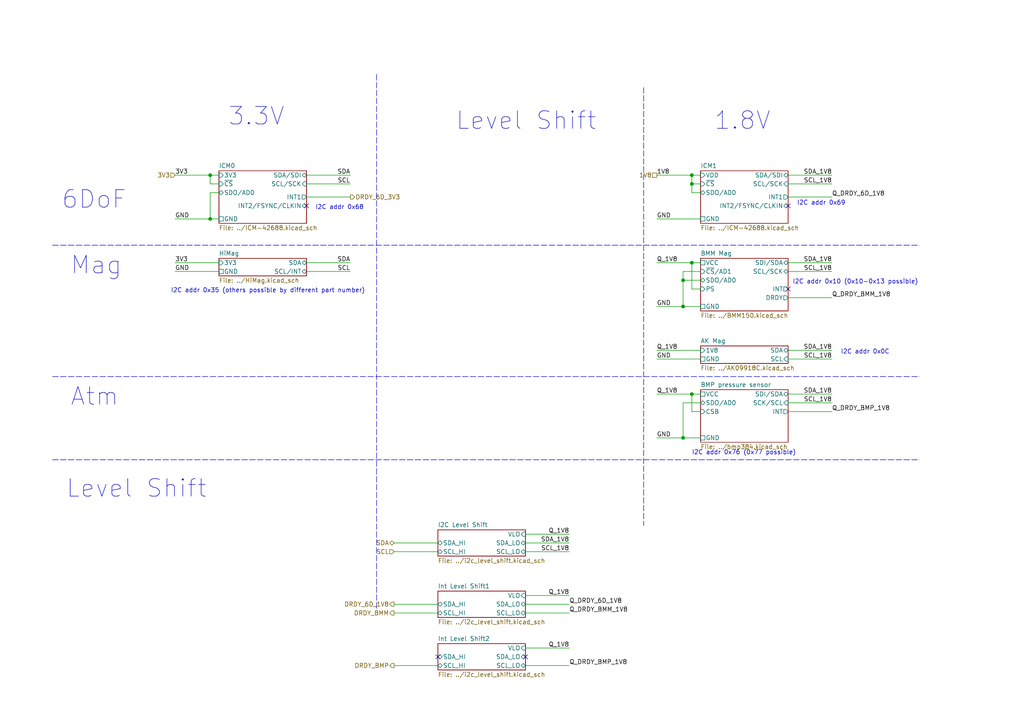
<source format=kicad_sch>
(kicad_sch (version 20211123) (generator eeschema)
  (paper "A4")
  (lib_symbols)
  (junction (at 200.66 76.2))
  (junction (at 200.66 53.34))
  (junction (at 198.12 81.28))
  (junction (at 60.96 50.8))
  (junction (at 198.12 127))
  (junction (at 200.66 114.3))
  (junction (at 198.12 88.9))
  (junction (at 200.66 50.8))
  (junction (at 60.96 63.5))
  (no_connect (at 88.9 59.69))
  (no_connect (at 152.4 190.5))
  (no_connect (at 228.6 59.69))
  (no_connect (at 228.6 83.82))
  (no_connect (at 127 190.5))
  (wire (pts (xy 88.9 50.8) (xy 101.6 50.8)))
  (wire (pts (xy 60.96 63.5) (xy 63.5 63.5)))
  (polyline (pts (xy 15.24 133.35) (xy 266.7 133.35)))
  (wire (pts (xy 88.9 57.15) (xy 101.6 57.15)))
  (wire (pts (xy 190.5 88.9) (xy 198.12 88.9)))
  (wire (pts (xy 198.12 81.28) (xy 198.12 88.9)))
  (wire (pts (xy 198.12 116.84) (xy 203.2 116.84)))
  (wire (pts (xy 190.5 76.2) (xy 200.66 76.2)))
  (wire (pts (xy 198.12 88.9) (xy 203.2 88.9)))
  (wire (pts (xy 190.5 127) (xy 198.12 127)))
  (wire (pts (xy 198.12 127) (xy 198.12 116.84)))
  (wire (pts (xy 152.4 177.8) (xy 165.1 177.8)))
  (wire (pts (xy 63.5 55.88) (xy 60.96 55.88)))
  (polyline (pts (xy 186.69 25.4) (xy 186.69 152.4)))
  (wire (pts (xy 190.5 50.8) (xy 200.66 50.8)))
  (wire (pts (xy 200.66 83.82) (xy 200.66 76.2)))
  (wire (pts (xy 200.66 119.38) (xy 203.2 119.38)))
  (wire (pts (xy 60.96 53.34) (xy 63.5 53.34)))
  (wire (pts (xy 200.66 53.34) (xy 203.2 53.34)))
  (wire (pts (xy 152.4 175.26) (xy 165.1 175.26)))
  (wire (pts (xy 190.5 63.5) (xy 203.2 63.5)))
  (wire (pts (xy 198.12 127) (xy 203.2 127)))
  (wire (pts (xy 88.9 78.74) (xy 101.6 78.74)))
  (wire (pts (xy 228.6 104.14) (xy 241.3 104.14)))
  (polyline (pts (xy 15.24 71.12) (xy 266.7 71.12)))
  (wire (pts (xy 200.66 114.3) (xy 203.2 114.3)))
  (wire (pts (xy 228.6 116.84) (xy 241.3 116.84)))
  (wire (pts (xy 114.3 193.04) (xy 127 193.04)))
  (wire (pts (xy 228.6 119.38) (xy 241.3 119.38)))
  (wire (pts (xy 228.6 78.74) (xy 241.3 78.74)))
  (wire (pts (xy 228.6 53.34) (xy 241.3 53.34)))
  (wire (pts (xy 50.8 63.5) (xy 60.96 63.5)))
  (wire (pts (xy 200.66 50.8) (xy 203.2 50.8)))
  (wire (pts (xy 203.2 55.88) (xy 200.66 55.88)))
  (wire (pts (xy 200.66 50.8) (xy 200.66 53.34)))
  (wire (pts (xy 114.3 160.02) (xy 127 160.02)))
  (wire (pts (xy 60.96 50.8) (xy 63.5 50.8)))
  (wire (pts (xy 228.6 76.2) (xy 241.3 76.2)))
  (wire (pts (xy 203.2 83.82) (xy 200.66 83.82)))
  (wire (pts (xy 50.8 50.8) (xy 60.96 50.8)))
  (wire (pts (xy 88.9 53.34) (xy 101.6 53.34)))
  (wire (pts (xy 228.6 57.15) (xy 241.3 57.15)))
  (wire (pts (xy 114.3 175.26) (xy 127 175.26)))
  (wire (pts (xy 228.6 86.36) (xy 241.3 86.36)))
  (wire (pts (xy 152.4 172.72) (xy 165.1 172.72)))
  (polyline (pts (xy 109.22 21.59) (xy 109.22 176.53)))
  (wire (pts (xy 203.2 78.74) (xy 198.12 78.74)))
  (wire (pts (xy 228.6 114.3) (xy 241.3 114.3)))
  (wire (pts (xy 88.9 76.2) (xy 101.6 76.2)))
  (wire (pts (xy 228.6 50.8) (xy 241.3 50.8)))
  (wire (pts (xy 198.12 81.28) (xy 203.2 81.28)))
  (wire (pts (xy 152.4 157.48) (xy 165.1 157.48)))
  (wire (pts (xy 60.96 55.88) (xy 60.96 63.5)))
  (wire (pts (xy 200.66 114.3) (xy 200.66 119.38)))
  (polyline (pts (xy 15.24 109.22) (xy 266.7 109.22)))
  (wire (pts (xy 50.8 76.2) (xy 63.5 76.2)))
  (wire (pts (xy 190.5 101.6) (xy 203.2 101.6)))
  (wire (pts (xy 152.4 154.94) (xy 165.1 154.94)))
  (wire (pts (xy 152.4 187.96) (xy 165.1 187.96)))
  (wire (pts (xy 50.8 78.74) (xy 63.5 78.74)))
  (wire (pts (xy 198.12 78.74) (xy 198.12 81.28)))
  (wire (pts (xy 200.66 76.2) (xy 203.2 76.2)))
  (wire (pts (xy 190.5 104.14) (xy 203.2 104.14)))
  (wire (pts (xy 114.3 177.8) (xy 127 177.8)))
  (wire (pts (xy 190.5 114.3) (xy 200.66 114.3)))
  (wire (pts (xy 114.3 157.48) (xy 127 157.48)))
  (wire (pts (xy 152.4 160.02) (xy 165.1 160.02)))
  (wire (pts (xy 152.4 193.04) (xy 165.1 193.04)))
  (wire (pts (xy 200.66 53.34) (xy 200.66 55.88)))
  (wire (pts (xy 228.6 101.6) (xy 241.3 101.6)))
  (wire (pts (xy 60.96 50.8) (xy 60.96 53.34)))
  (text "I2C addr 0x69" (at 231.14 59.69 0) (effects (font (size 1.27 1.27)) (justify left bottom)))
  (text "I2C addr 0x10 (0x10-0x13 possible)" (at 229.87 82.55 0) (effects (font (size 1.27 1.27)) (justify left bottom)))
  (text "Level Shift" (at 132.08 38.1 0) (effects (font (size 5.08 5.08)) (justify left bottom)))
  (text "Mag" (at 20.32 80.01 0) (effects (font (size 5.08 5.08)) (justify left bottom)))
  (text "Atm" (at 20.32 118.11 0) (effects (font (size 5.08 5.08)) (justify left bottom)))
  (text "3.3V" (at 66.04 36.83 0) (effects (font (size 5.08 5.08)) (justify left bottom)))
  (text "I2C addr 0x76 (0x77 possible)" (at 200.66 132.08 0) (effects (font (size 1.27 1.27)) (justify left bottom)))
  (text "1.8V" (at 207.01 38.1 0) (effects (font (size 5.08 5.08)) (justify left bottom)))
  (text "I2C addr 0x35 (others possible by different part number)" (at 49.53 85.09 0) (effects (font (size 1.27 1.27)) (justify left bottom)))
  (text "I2C addr 0x68" (at 91.44 60.96 0) (effects (font (size 1.27 1.27)) (justify left bottom)))
  (text "I2C addr 0x0C" (at 243.84 102.87 0) (effects (font (size 1.27 1.27)) (justify left bottom)))
  (text "6DoF" (at 17.78 60.96 0) (effects (font (size 5.08 5.08)) (justify left bottom)))
  (text "Level Shift" (at 19.05 144.78 0) (effects (font (size 5.08 5.08)) (justify left bottom)))
  (label "3V3" (at 50.8 76.2 0))
  (label "GND" (at 50.8 63.5 0))
  (label "SCL_1V8" (at 165.1 160.02 180))
  (label "Q_1V8" (at 165.1 172.72 180))
  (label "SCL_1V8" (at 241.3 78.74 180))
  (label "SDA_1V8" (at 165.1 157.48 180))
  (label "Q_1V8" (at 165.1 154.94 180))
  (label "SDA" (at 101.6 76.2 180))
  (label "SCL_1V8" (at 241.3 104.14 180))
  (label "Q_DRDY_BMP_1V8" (at 165.1 193.04 0))
  (label "Q_1V8" (at 190.5 76.2 0))
  (label "SCL_1V8" (at 241.3 116.84 180))
  (label "Q_1V8" (at 165.1 187.96 180))
  (label "Q_DRDY_BMM_1V8" (at 241.3 86.36 0))
  (label "Q_DRDY_BMM_1V8" (at 165.1 177.8 0))
  (label "GND" (at 190.5 88.9 0))
  (label "SDA" (at 101.6 50.8 180))
  (label "GND" (at 190.5 127 0))
  (label "GND" (at 50.8 78.74 0))
  (label "GND" (at 190.5 63.5 0))
  (label "SDA_1V8" (at 241.3 50.8 180))
  (label "GND" (at 190.5 104.14 0))
  (label "SDA_1V8" (at 241.3 101.6 180))
  (label "Q_DRDY_6D_1V8" (at 241.3 57.15 0))
  (label "SDA_1V8" (at 241.3 114.3 180))
  (label "1V8" (at 190.5 50.8 0))
  (label "SCL_1V8" (at 241.3 53.34 180))
  (label "Q_DRDY_6D_1V8" (at 165.1 175.26 0))
  (label "Q_DRDY_BMP_1V8" (at 241.3 119.38 0))
  (label "Q_1V8" (at 190.5 101.6 0))
  (label "SCL" (at 101.6 78.74 180))
  (label "SDA_1V8" (at 241.3 76.2 180))
  (label "Q_1V8" (at 190.5 114.3 0))
  (label "3V3" (at 50.8 50.8 0))
  (label "SCL" (at 101.6 53.34 180))
  (hierarchical_label "DRDY_BMM" (shape output) (at 114.3 177.8 180))
  (hierarchical_label "DRDY_6D_3V3" (shape output) (at 101.6 57.15 0))
  (hierarchical_label "DRDY_6D_1V8" (shape output) (at 114.3 175.26 180))
  (hierarchical_label "DRDY_BMP" (shape output) (at 114.3 193.04 180))
  (hierarchical_label "SCL" (shape input) (at 114.3 160.02 180))
  (hierarchical_label "1V8" (shape passive) (at 190.5 50.8 180))
  (hierarchical_label "3V3" (shape input) (at 50.8 50.8 180))
  (hierarchical_label "SDA" (shape bidirectional) (at 114.3 157.48 180))
  (sheet (at 203.2 49.53) (size 25.4 15.24) (stroke (width 0.1524))
    (property "Sheet name" "ICM1" (at 203.2 48.8184 0) (effects (justify left bottom)))
    (property "Sheet file" "../ICM-42688.kicad_sch" (at 203.2 65.3546 0) (effects (justify left top)))
    (pin "SDA{slash}SDI" bidirectional (at 228.6 50.8 0))
    (pin "SCL{slash}SCK" input (at 228.6 53.34 0))
    (pin "~{CS}" input (at 203.2 53.34 180))
    (pin "SDO{slash}AD0" bidirectional (at 203.2 55.88 180))
    (pin "INT1" output (at 228.6 57.15 0))
    (pin "GND" passive (at 203.2 63.5 180))
    (pin "INT2{slash}FSYNC{slash}CLKIN" bidirectional (at 228.6 59.69 0))
    (pin "VDD" input (at 203.2 50.8 180))
  )
  (sheet (at 127 171.45) (size 25.4 7.62) (stroke (width 0.1524))
    (property "Sheet name" "Int Level Shift1" (at 127 170.7384 0) (effects (justify left bottom)))
    (property "Sheet file" "../i2c_level_shift.kicad_sch" (at 127 179.6546 0) (effects (justify left top)))
    (pin "VLO" input (at 152.4 172.72 0))
    (pin "SDA_LO" bidirectional (at 152.4 175.26 0))
    (pin "SCL_HI" bidirectional (at 127 177.8 180))
    (pin "SCL_LO" bidirectional (at 152.4 177.8 0))
    (pin "SDA_HI" bidirectional (at 127 175.26 180))
  )
  (sheet (at 63.5 49.53) (size 25.4 15.24) (stroke (width 0.1524))
    (property "Sheet name" "ICM0" (at 63.5 48.8184 0) (effects (justify left bottom)))
    (property "Sheet file" "../ICM-42688.kicad_sch" (at 63.5 65.3546 0) (effects (justify left top)))
    (pin "SDA{slash}SDI" bidirectional (at 88.9 50.8 0))
    (pin "SCL{slash}SCK" input (at 88.9 53.34 0))
    (pin "~{CS}" input (at 63.5 53.34 180))
    (pin "SDO{slash}AD0" bidirectional (at 63.5 55.88 180))
    (pin "INT1" output (at 88.9 57.15 0))
    (pin "GND" passive (at 63.5 63.5 180))
    (pin "3V3" input (at 63.5 50.8 180))
    (pin "INT2{slash}FSYNC{slash}CLKIN" bidirectional (at 88.9 59.69 0))
  )
  (sheet (at 203.2 100.33) (size 25.4 5.08) (stroke (width 0.1524))
    (property "Sheet name" "AK Mag" (at 203.2 99.6184 0) (effects (justify left bottom)))
    (property "Sheet file" "../AK09918C.kicad_sch" (at 203.2 105.9946 0) (effects (justify left top)))
    (pin "SDA" bidirectional (at 228.6 101.6 0))
    (pin "SCL" input (at 228.6 104.14 0))
    (pin "1V8" input (at 203.2 101.6 180))
    (pin "GND" passive (at 203.2 104.14 180))
  )
  (sheet (at 203.2 113.03) (size 25.4 15.24) (stroke (width 0.1524))
    (property "Sheet name" "BMP pressure sensor" (at 203.2 112.3184 0) (effects (justify left bottom)))
    (property "Sheet file" "../bmp384.kicad_sch" (at 203.2 128.8546 0) (effects (justify left top)))
    (pin "VCC" passive (at 203.2 114.3 180))
    (pin "GND" passive (at 203.2 127 180))
    (pin "SDO{slash}AD0" bidirectional (at 203.2 116.84 180))
    (pin "SDI{slash}SDA" bidirectional (at 228.6 114.3 0))
    (pin "CSB" input (at 203.2 119.38 180))
    (pin "INT" output (at 228.6 119.38 0))
    (pin "SCK{slash}SCL" input (at 228.6 116.84 0))
  )
  (sheet (at 203.2 74.93) (size 25.4 15.24) (stroke (width 0.1524))
    (property "Sheet name" "BMM Mag" (at 203.2 74.2184 0) (effects (justify left bottom)))
    (property "Sheet file" "../BMM150.kicad_sch" (at 203.2 90.7546 0) (effects (justify left top)))
    (pin "SDO{slash}AD0" bidirectional (at 203.2 81.28 180))
    (pin "SCL{slash}SCK" bidirectional (at 228.6 78.74 0))
    (pin "~{CS}{slash}AD1" input (at 203.2 78.74 180))
    (pin "PS" input (at 203.2 83.82 180))
    (pin "INT" output (at 228.6 83.82 0))
    (pin "DRDY" output (at 228.6 86.36 0))
    (pin "SDI{slash}SDA" bidirectional (at 228.6 76.2 0))
    (pin "VCC" passive (at 203.2 76.2 180))
    (pin "GND" passive (at 203.2 88.9 180))
  )
  (sheet (at 63.5 74.93) (size 25.4 5.08) (stroke (width 0.1524))
    (property "Sheet name" "HiMag" (at 63.5 74.2184 0) (effects (justify left bottom)))
    (property "Sheet file" "../HiMag.kicad_sch" (at 63.5 80.5946 0) (effects (justify left top)))
    (pin "SCL{slash}INT" bidirectional (at 88.9 78.74 0))
    (pin "GND" passive (at 63.5 78.74 180))
    (pin "3V3" input (at 63.5 76.2 180))
    (pin "SDA" bidirectional (at 88.9 76.2 0))
  )
  (sheet (at 127 153.67) (size 25.4 7.62) (stroke (width 0.1524))
    (property "Sheet name" "I2C Level Shift" (at 127 152.9584 0) (effects (justify left bottom)))
    (property "Sheet file" "../i2c_level_shift.kicad_sch" (at 127 161.8746 0) (effects (justify left top)))
    (pin "VLO" input (at 152.4 154.94 0))
    (pin "SDA_LO" bidirectional (at 152.4 157.48 0))
    (pin "SCL_HI" bidirectional (at 127 160.02 180))
    (pin "SCL_LO" bidirectional (at 152.4 160.02 0))
    (pin "SDA_HI" bidirectional (at 127 157.48 180))
  )
  (sheet (at 127 186.69) (size 25.4 7.62) (stroke (width 0.1524))
    (property "Sheet name" "Int Level Shift2" (at 127 185.9784 0) (effects (justify left bottom)))
    (property "Sheet file" "../i2c_level_shift.kicad_sch" (at 127 194.8946 0) (effects (justify left top)))
    (pin "VLO" input (at 152.4 187.96 0))
    (pin "SDA_LO" bidirectional (at 152.4 190.5 0))
    (pin "SCL_HI" bidirectional (at 127 193.04 180))
    (pin "SCL_LO" bidirectional (at 152.4 193.04 0))
    (pin "SDA_HI" bidirectional (at 127 190.5 180))
  )
)
</source>
